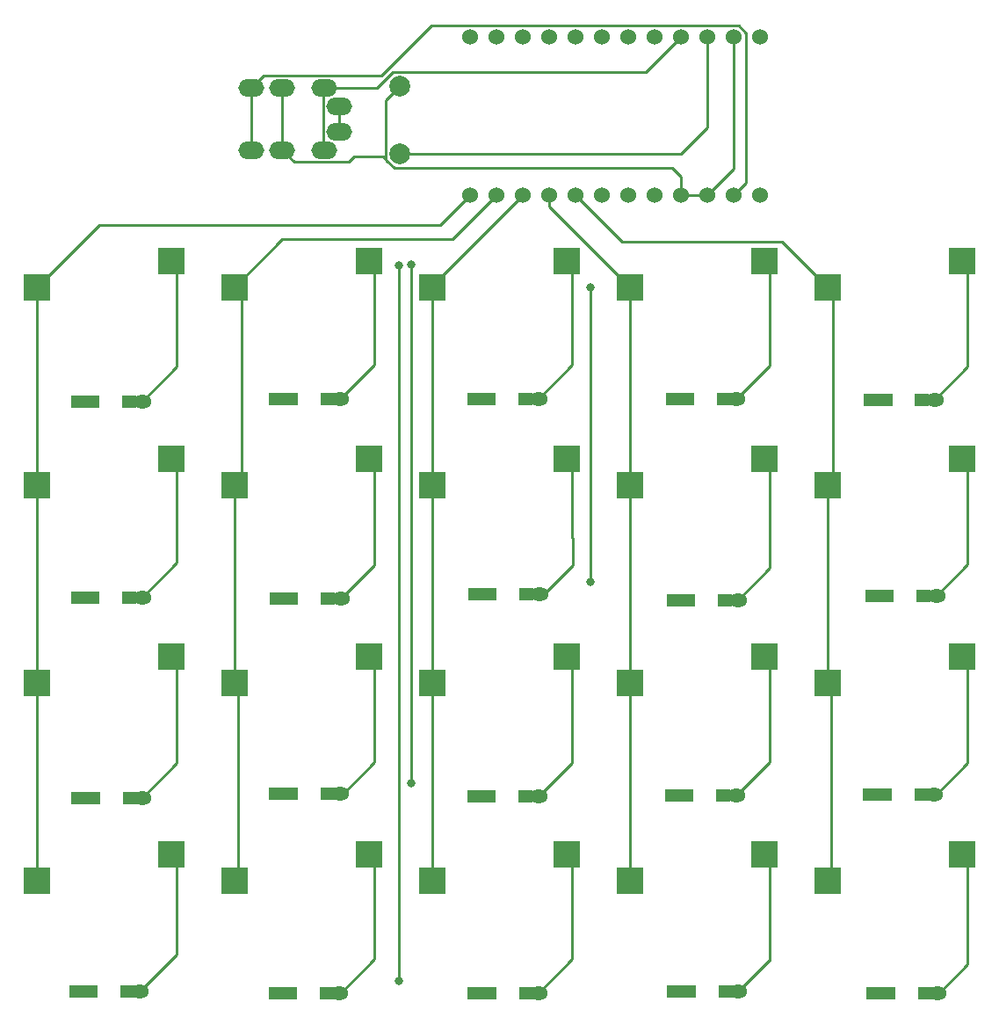
<source format=gbl>
%TF.GenerationSoftware,KiCad,Pcbnew,7.0.1-0*%
%TF.CreationDate,2023-08-16T18:46:33+09:00*%
%TF.ProjectId,jisaku20,6a697361-6b75-4323-902e-6b696361645f,rev?*%
%TF.SameCoordinates,Original*%
%TF.FileFunction,Copper,L2,Bot*%
%TF.FilePolarity,Positive*%
%FSLAX46Y46*%
G04 Gerber Fmt 4.6, Leading zero omitted, Abs format (unit mm)*
G04 Created by KiCad (PCBNEW 7.0.1-0) date 2023-08-16 18:46:33*
%MOMM*%
%LPD*%
G01*
G04 APERTURE LIST*
%TA.AperFunction,ComponentPad*%
%ADD10O,2.500000X1.700000*%
%TD*%
%TA.AperFunction,SMDPad,CuDef*%
%ADD11R,2.550000X2.500000*%
%TD*%
%TA.AperFunction,ComponentPad*%
%ADD12C,1.524000*%
%TD*%
%TA.AperFunction,ComponentPad*%
%ADD13C,2.000000*%
%TD*%
%TA.AperFunction,ComponentPad*%
%ADD14R,1.778000X1.300000*%
%TD*%
%TA.AperFunction,SMDPad,CuDef*%
%ADD15R,1.400000X1.300000*%
%TD*%
%TA.AperFunction,ComponentPad*%
%ADD16O,1.778000X1.300000*%
%TD*%
%TA.AperFunction,ViaPad*%
%ADD17C,0.800000*%
%TD*%
%TA.AperFunction,Conductor*%
%ADD18C,0.250000*%
%TD*%
G04 APERTURE END LIST*
D10*
%TO.P,J1,A*%
%TO.N,unconnected-(J1-PadA)*%
X22060000Y17520000D03*
X22060000Y19970000D03*
%TO.P,J1,B*%
%TO.N,data*%
X13560000Y15770000D03*
X13560000Y21720000D03*
%TO.P,J1,C*%
%TO.N,GND*%
X16560000Y15770000D03*
X16560000Y21720000D03*
%TO.P,J1,D*%
%TO.N,VCC*%
X20560000Y15770000D03*
X20560000Y21720000D03*
%TD*%
D11*
%TO.P,SW15,1,1*%
%TO.N,col4*%
X69115000Y-35560000D03*
%TO.P,SW15,2,2*%
%TO.N,Net-(D15-A)*%
X82042000Y-33020000D03*
%TD*%
%TO.P,SW1,1,1*%
%TO.N,col0*%
X-7085000Y2540000D03*
%TO.P,SW1,2,2*%
%TO.N,Net-(D1-A)*%
X5842000Y5080000D03*
%TD*%
D12*
%TO.P,U1,1,TX0/D3*%
%TO.N,unconnected-(U1-TX0{slash}D3-Pad1)*%
X62600000Y11430000D03*
%TO.P,U1,2,RX1/D2*%
%TO.N,data*%
X60060000Y11430000D03*
%TO.P,U1,3,GND*%
%TO.N,GND*%
X57520000Y11430000D03*
%TO.P,U1,4,GND*%
X54980000Y11430000D03*
%TO.P,U1,5,2/D1/SDA*%
%TO.N,unconnected-(U1-2{slash}D1{slash}SDA-Pad5)*%
X52440000Y11430000D03*
%TO.P,U1,6,3/D0/SCL*%
%TO.N,unconnected-(U1-3{slash}D0{slash}SCL-Pad6)*%
X49900000Y11430000D03*
%TO.P,U1,7,4/D4*%
%TO.N,unconnected-(U1-4{slash}D4-Pad7)*%
X47360000Y11430000D03*
%TO.P,U1,8,5/C6*%
%TO.N,col4*%
X44820000Y11430000D03*
%TO.P,U1,9,6/D7*%
%TO.N,col3*%
X42280000Y11430000D03*
%TO.P,U1,10,7/E6*%
%TO.N,col2*%
X39740000Y11430000D03*
%TO.P,U1,11,8/B4*%
%TO.N,col1*%
X37200000Y11430000D03*
%TO.P,U1,12,9/B5*%
%TO.N,col0*%
X34660000Y11430000D03*
%TO.P,U1,13,B6/10*%
%TO.N,unconnected-(U1-B6{slash}10-Pad13)*%
X34660000Y26650000D03*
%TO.P,U1,14,B2/16*%
%TO.N,unconnected-(U1-B2{slash}16-Pad14)*%
X37200000Y26650000D03*
%TO.P,U1,15,B3/14*%
%TO.N,unconnected-(U1-B3{slash}14-Pad15)*%
X39740000Y26650000D03*
%TO.P,U1,16,B1/15*%
%TO.N,unconnected-(U1-B1{slash}15-Pad16)*%
X42280000Y26650000D03*
%TO.P,U1,17,F7/A0*%
%TO.N,row3*%
X44820000Y26650000D03*
%TO.P,U1,18,F6/A1*%
%TO.N,row2*%
X47360000Y26650000D03*
%TO.P,U1,19,F5/A2*%
%TO.N,row1*%
X49900000Y26650000D03*
%TO.P,U1,20,F4/A3*%
%TO.N,row0*%
X52440000Y26650000D03*
%TO.P,U1,21,VCC*%
%TO.N,VCC*%
X54980000Y26650000D03*
%TO.P,U1,22,RST*%
%TO.N,reset*%
X57520000Y26650000D03*
%TO.P,U1,23,GND*%
%TO.N,GND*%
X60060000Y26650000D03*
%TO.P,U1,24,RAW*%
%TO.N,unconnected-(U1-RAW-Pad24)*%
X62600000Y26650000D03*
%TD*%
D11*
%TO.P,SW14,1,1*%
%TO.N,col3*%
X50065000Y-35560000D03*
%TO.P,SW14,2,2*%
%TO.N,Net-(D14-A)*%
X62992000Y-33020000D03*
%TD*%
%TO.P,SW2,1,1*%
%TO.N,col1*%
X11965000Y2540000D03*
%TO.P,SW2,2,2*%
%TO.N,Net-(D2-A)*%
X24892000Y5080000D03*
%TD*%
%TO.P,SW17,1,1*%
%TO.N,col1*%
X11965000Y-54610000D03*
%TO.P,SW17,2,2*%
%TO.N,Net-(D17-A)*%
X24892000Y-52070000D03*
%TD*%
%TO.P,SW5,1,1*%
%TO.N,col4*%
X69115000Y2540000D03*
%TO.P,SW5,2,2*%
%TO.N,Net-(D5-A)*%
X82042000Y5080000D03*
%TD*%
%TO.P,SW7,1,1*%
%TO.N,col1*%
X11965000Y-16510000D03*
%TO.P,SW7,2,2*%
%TO.N,Net-(D7-A)*%
X24892000Y-13970000D03*
%TD*%
%TO.P,SW20,1,1*%
%TO.N,col4*%
X69115000Y-54610000D03*
%TO.P,SW20,2,2*%
%TO.N,Net-(D20-A)*%
X82042000Y-52070000D03*
%TD*%
%TO.P,SW8,1,1*%
%TO.N,col2*%
X31015000Y-16510000D03*
%TO.P,SW8,2,2*%
%TO.N,Net-(D8-A)*%
X43942000Y-13970000D03*
%TD*%
%TO.P,SW10,1,1*%
%TO.N,col4*%
X69115000Y-16510000D03*
%TO.P,SW10,2,2*%
%TO.N,Net-(D10-A)*%
X82042000Y-13970000D03*
%TD*%
%TO.P,SW3,1,1*%
%TO.N,col2*%
X31015000Y2540000D03*
%TO.P,SW3,2,2*%
%TO.N,Net-(D3-A)*%
X43942000Y5080000D03*
%TD*%
%TO.P,SW16,1,1*%
%TO.N,col0*%
X-7085000Y-54610000D03*
%TO.P,SW16,2,2*%
%TO.N,Net-(D16-A)*%
X5842000Y-52070000D03*
%TD*%
%TO.P,SW18,1,1*%
%TO.N,col2*%
X31015000Y-54610000D03*
%TO.P,SW18,2,2*%
%TO.N,Net-(D18-A)*%
X43942000Y-52070000D03*
%TD*%
%TO.P,SW12,1,1*%
%TO.N,col1*%
X11965000Y-35560000D03*
%TO.P,SW12,2,2*%
%TO.N,Net-(D12-A)*%
X24892000Y-33020000D03*
%TD*%
%TO.P,SW9,1,1*%
%TO.N,col3*%
X50065000Y-16510000D03*
%TO.P,SW9,2,2*%
%TO.N,Net-(D9-A)*%
X62992000Y-13970000D03*
%TD*%
D13*
%TO.P,SW21,1,1*%
%TO.N,reset*%
X27830000Y15380000D03*
%TO.P,SW21,2,2*%
%TO.N,GND*%
X27830000Y21880000D03*
%TD*%
D11*
%TO.P,SW11,1,1*%
%TO.N,col0*%
X-7085000Y-35560000D03*
%TO.P,SW11,2,2*%
%TO.N,Net-(D11-A)*%
X5842000Y-33020000D03*
%TD*%
%TO.P,SW6,1,1*%
%TO.N,col0*%
X-7085000Y-16510000D03*
%TO.P,SW6,2,2*%
%TO.N,Net-(D6-A)*%
X5842000Y-13970000D03*
%TD*%
%TO.P,SW4,1,1*%
%TO.N,col3*%
X50065000Y2540000D03*
%TO.P,SW4,2,2*%
%TO.N,Net-(D4-A)*%
X62992000Y5080000D03*
%TD*%
%TO.P,SW13,1,1*%
%TO.N,col2*%
X31015000Y-35560000D03*
%TO.P,SW13,2,2*%
%TO.N,Net-(D13-A)*%
X43942000Y-33020000D03*
%TD*%
%TO.P,SW19,1,1*%
%TO.N,col3*%
X50065000Y-54610000D03*
%TO.P,SW19,2,2*%
%TO.N,Net-(D19-A)*%
X62992000Y-52070000D03*
%TD*%
D14*
%TO.P,D15,1,K*%
%TO.N,row2*%
X73360000Y-46332500D03*
D15*
X74585000Y-46332500D03*
%TO.P,D15,2,A*%
%TO.N,Net-(D15-A)*%
X78135000Y-46332500D03*
D16*
X79360000Y-46332500D03*
%TD*%
D14*
%TO.P,D11,1,K*%
%TO.N,row2*%
X-2930000Y-46640000D03*
D15*
X-1705000Y-46640000D03*
%TO.P,D11,2,A*%
%TO.N,Net-(D11-A)*%
X1845000Y-46640000D03*
D16*
X3070000Y-46640000D03*
%TD*%
D14*
%TO.P,D4,1,K*%
%TO.N,row0*%
X54330000Y-8240000D03*
D15*
X55555000Y-8240000D03*
%TO.P,D4,2,A*%
%TO.N,Net-(D4-A)*%
X59105000Y-8240000D03*
D16*
X60330000Y-8240000D03*
%TD*%
D14*
%TO.P,D6,1,K*%
%TO.N,row1*%
X-2950000Y-27340000D03*
D15*
X-1725000Y-27340000D03*
%TO.P,D6,2,A*%
%TO.N,Net-(D6-A)*%
X1825000Y-27340000D03*
D16*
X3050000Y-27340000D03*
%TD*%
D14*
%TO.P,D9,1,K*%
%TO.N,row1*%
X54440000Y-27630000D03*
D15*
X55665000Y-27630000D03*
%TO.P,D9,2,A*%
%TO.N,Net-(D9-A)*%
X59215000Y-27630000D03*
D16*
X60440000Y-27630000D03*
%TD*%
D14*
%TO.P,D8,1,K*%
%TO.N,row1*%
X35310000Y-27050000D03*
D15*
X36535000Y-27050000D03*
%TO.P,D8,2,A*%
%TO.N,Net-(D8-A)*%
X40085000Y-27050000D03*
D16*
X41310000Y-27050000D03*
%TD*%
D14*
%TO.P,D20,1,K*%
%TO.N,row3*%
X73695000Y-65430000D03*
D15*
X74920000Y-65430000D03*
%TO.P,D20,2,A*%
%TO.N,Net-(D20-A)*%
X78470000Y-65430000D03*
D16*
X79695000Y-65430000D03*
%TD*%
D14*
%TO.P,D17,1,K*%
%TO.N,row3*%
X16061250Y-65430000D03*
D15*
X17286250Y-65430000D03*
%TO.P,D17,2,A*%
%TO.N,Net-(D17-A)*%
X20836250Y-65430000D03*
D16*
X22061250Y-65430000D03*
%TD*%
D14*
%TO.P,D12,1,K*%
%TO.N,row2*%
X16142500Y-46230000D03*
D15*
X17367500Y-46230000D03*
%TO.P,D12,2,A*%
%TO.N,Net-(D12-A)*%
X20917500Y-46230000D03*
D16*
X22142500Y-46230000D03*
%TD*%
D14*
%TO.P,D10,1,K*%
%TO.N,row1*%
X73570000Y-27195000D03*
D15*
X74795000Y-27195000D03*
%TO.P,D10,2,A*%
%TO.N,Net-(D10-A)*%
X78345000Y-27195000D03*
D16*
X79570000Y-27195000D03*
%TD*%
D14*
%TO.P,D5,1,K*%
%TO.N,row0*%
X73430000Y-8300000D03*
D15*
X74655000Y-8300000D03*
%TO.P,D5,2,A*%
%TO.N,Net-(D5-A)*%
X78205000Y-8300000D03*
D16*
X79430000Y-8300000D03*
%TD*%
D14*
%TO.P,D13,1,K*%
%TO.N,row2*%
X35215000Y-46537500D03*
D15*
X36440000Y-46537500D03*
%TO.P,D13,2,A*%
%TO.N,Net-(D13-A)*%
X39990000Y-46537500D03*
D16*
X41215000Y-46537500D03*
%TD*%
D14*
%TO.P,D1,1,K*%
%TO.N,row0*%
X-2970000Y-8510000D03*
D15*
X-1745000Y-8510000D03*
%TO.P,D1,2,A*%
%TO.N,Net-(D1-A)*%
X1805000Y-8510000D03*
D16*
X3030000Y-8510000D03*
%TD*%
D14*
%TO.P,D14,1,K*%
%TO.N,row2*%
X54287500Y-46435000D03*
D15*
X55512500Y-46435000D03*
%TO.P,D14,2,A*%
%TO.N,Net-(D14-A)*%
X59062500Y-46435000D03*
D16*
X60287500Y-46435000D03*
%TD*%
D14*
%TO.P,D7,1,K*%
%TO.N,row1*%
X16180000Y-27485000D03*
D15*
X17405000Y-27485000D03*
%TO.P,D7,2,A*%
%TO.N,Net-(D7-A)*%
X20955000Y-27485000D03*
D16*
X22180000Y-27485000D03*
%TD*%
D14*
%TO.P,D3,1,K*%
%TO.N,row0*%
X35230000Y-8240000D03*
D15*
X36455000Y-8240000D03*
%TO.P,D3,2,A*%
%TO.N,Net-(D3-A)*%
X40005000Y-8240000D03*
D16*
X41230000Y-8240000D03*
%TD*%
D14*
%TO.P,D19,1,K*%
%TO.N,row3*%
X54483750Y-65300000D03*
D15*
X55708750Y-65300000D03*
%TO.P,D19,2,A*%
%TO.N,Net-(D19-A)*%
X59258750Y-65300000D03*
D16*
X60483750Y-65300000D03*
%TD*%
D14*
%TO.P,D18,1,K*%
%TO.N,row3*%
X35272500Y-65430000D03*
D15*
X36497500Y-65430000D03*
%TO.P,D18,2,A*%
%TO.N,Net-(D18-A)*%
X40047500Y-65430000D03*
D16*
X41272500Y-65430000D03*
%TD*%
D14*
%TO.P,D16,1,K*%
%TO.N,row3*%
X-3150000Y-65300000D03*
D15*
X-1925000Y-65300000D03*
%TO.P,D16,2,A*%
%TO.N,Net-(D16-A)*%
X1625000Y-65300000D03*
D16*
X2850000Y-65300000D03*
%TD*%
D14*
%TO.P,D2,1,K*%
%TO.N,row0*%
X16130000Y-8240000D03*
D15*
X17355000Y-8240000D03*
%TO.P,D2,2,A*%
%TO.N,Net-(D2-A)*%
X20905000Y-8240000D03*
D16*
X22130000Y-8240000D03*
%TD*%
D17*
%TO.N,row1*%
X46220000Y2490000D03*
X46220000Y-25840000D03*
%TO.N,row2*%
X28980000Y-45255000D03*
X28970000Y4720000D03*
%TO.N,row3*%
X27820000Y4640000D03*
X27810000Y-64320000D03*
%TD*%
D18*
%TO.N,Net-(D1-A)*%
X5842000Y5080000D02*
X6405000Y4517000D01*
X6405000Y4517000D02*
X6405000Y-5135000D01*
X6405000Y-5135000D02*
X3030000Y-8510000D01*
%TO.N,Net-(D2-A)*%
X25455000Y-4915000D02*
X22130000Y-8240000D01*
X24892000Y5080000D02*
X25455000Y4517000D01*
X25455000Y4517000D02*
X25455000Y-4915000D01*
%TO.N,Net-(D3-A)*%
X43942000Y5080000D02*
X44505000Y4517000D01*
X44505000Y4517000D02*
X44505000Y-4965000D01*
X44505000Y-4965000D02*
X41230000Y-8240000D01*
%TO.N,Net-(D4-A)*%
X63555000Y-5015000D02*
X60330000Y-8240000D01*
X63555000Y4517000D02*
X63555000Y-5015000D01*
X62992000Y5080000D02*
X63555000Y4517000D01*
%TO.N,Net-(D5-A)*%
X82042000Y5080000D02*
X82605000Y4517000D01*
X82605000Y4517000D02*
X82605000Y-5125000D01*
X82605000Y-5125000D02*
X79430000Y-8300000D01*
%TO.N,row1*%
X46220000Y2490000D02*
X46220000Y-25840000D01*
%TO.N,Net-(D6-A)*%
X6405000Y-14533000D02*
X6405000Y-23985000D01*
X6405000Y-23985000D02*
X3050000Y-27340000D01*
X5842000Y-13970000D02*
X6405000Y-14533000D01*
%TO.N,Net-(D7-A)*%
X22180000Y-27485000D02*
X25455000Y-24210000D01*
X25455000Y-14533000D02*
X24892000Y-13970000D01*
X25455000Y-24210000D02*
X25455000Y-14533000D01*
%TO.N,Net-(D8-A)*%
X44520000Y-21590000D02*
X44520000Y-24260000D01*
X44505000Y-21575000D02*
X44520000Y-21590000D01*
X44505000Y-14533000D02*
X44505000Y-21575000D01*
X41730000Y-27050000D02*
X41310000Y-27050000D01*
X43942000Y-13970000D02*
X44505000Y-14533000D01*
X44520000Y-24260000D02*
X41730000Y-27050000D01*
%TO.N,Net-(D9-A)*%
X63555000Y-24515000D02*
X60440000Y-27630000D01*
X62992000Y-13970000D02*
X63555000Y-14533000D01*
X63555000Y-14533000D02*
X63555000Y-24515000D01*
%TO.N,Net-(D10-A)*%
X82605000Y-14533000D02*
X82605000Y-24160000D01*
X82042000Y-13970000D02*
X82605000Y-14533000D01*
X82605000Y-24160000D02*
X79570000Y-27195000D01*
%TO.N,row2*%
X28970000Y-45245000D02*
X28980000Y-45255000D01*
X28970000Y4720000D02*
X28970000Y-45245000D01*
%TO.N,Net-(D11-A)*%
X6405000Y-43305000D02*
X6405000Y-33583000D01*
X6405000Y-33583000D02*
X5842000Y-33020000D01*
X3070000Y-46640000D02*
X6405000Y-43305000D01*
%TO.N,row3*%
X27820000Y4640000D02*
X27820000Y-64310000D01*
X27820000Y-64310000D02*
X27810000Y-64320000D01*
%TO.N,Net-(D12-A)*%
X22450000Y-46230000D02*
X22142500Y-46230000D01*
X24892000Y-33020000D02*
X25455000Y-33583000D01*
X25455000Y-43225000D02*
X22450000Y-46230000D01*
X25455000Y-33583000D02*
X25455000Y-43225000D01*
%TO.N,Net-(D13-A)*%
X44505000Y-43247500D02*
X41215000Y-46537500D01*
X44505000Y-33583000D02*
X44505000Y-43247500D01*
X43942000Y-33020000D02*
X44505000Y-33583000D01*
%TO.N,Net-(D14-A)*%
X63555000Y-33583000D02*
X63555000Y-43167500D01*
X62992000Y-33020000D02*
X63555000Y-33583000D01*
X63555000Y-43167500D02*
X60287500Y-46435000D01*
%TO.N,Net-(D15-A)*%
X79567500Y-46332500D02*
X79360000Y-46332500D01*
X82042000Y-33020000D02*
X82605000Y-33583000D01*
X82605000Y-33583000D02*
X82605000Y-43295000D01*
X82605000Y-43295000D02*
X79567500Y-46332500D01*
%TO.N,Net-(D16-A)*%
X6370000Y-61780000D02*
X6370000Y-60520000D01*
X2850000Y-65300000D02*
X6370000Y-61780000D01*
X6370000Y-60520000D02*
X6405000Y-60485000D01*
X6405000Y-52633000D02*
X5842000Y-52070000D01*
X6405000Y-60485000D02*
X6405000Y-52633000D01*
%TO.N,Net-(D17-A)*%
X25455000Y-62185000D02*
X22210000Y-65430000D01*
X24892000Y-52070000D02*
X25455000Y-52633000D01*
X22210000Y-65430000D02*
X22061250Y-65430000D01*
X25455000Y-52633000D02*
X25455000Y-62185000D01*
%TO.N,Net-(D18-A)*%
X44505000Y-62197500D02*
X44505000Y-52633000D01*
X44505000Y-52633000D02*
X43942000Y-52070000D01*
X41272500Y-65430000D02*
X44505000Y-62197500D01*
%TO.N,Net-(D19-A)*%
X63555000Y-52633000D02*
X63555000Y-62315000D01*
X62992000Y-52070000D02*
X63555000Y-52633000D01*
X63555000Y-62315000D02*
X63468750Y-62315000D01*
X63468750Y-62315000D02*
X60483750Y-65300000D01*
%TO.N,Net-(D20-A)*%
X82605000Y-52633000D02*
X82605000Y-62655000D01*
X82042000Y-52070000D02*
X82605000Y-52633000D01*
X82605000Y-62655000D02*
X79830000Y-65430000D01*
X79830000Y-65430000D02*
X79695000Y-65430000D01*
%TO.N,col0*%
X34660000Y11430000D02*
X31780000Y8550000D01*
X-7085000Y-35560000D02*
X-7085000Y-54610000D01*
X-1075000Y8550000D02*
X-7085000Y2540000D01*
X31780000Y8550000D02*
X-1075000Y8550000D01*
X-7085000Y-16510000D02*
X-7085000Y-35560000D01*
X-7085000Y2540000D02*
X-7085000Y-16510000D01*
%TO.N,col1*%
X12645000Y-15830000D02*
X12645000Y1860000D01*
X12310000Y-35905000D02*
X11965000Y-35560000D01*
X37200000Y11430000D02*
X32910000Y7140000D01*
X11965000Y-54610000D02*
X12310000Y-54265000D01*
X32910000Y7140000D02*
X16565000Y7140000D01*
X11965000Y-35560000D02*
X11965000Y-16510000D01*
X16565000Y7140000D02*
X11965000Y2540000D01*
X12310000Y-54265000D02*
X12310000Y-35905000D01*
X12645000Y1860000D02*
X11965000Y2540000D01*
X11965000Y-16510000D02*
X12645000Y-15830000D01*
%TO.N,col2*%
X31015000Y-16510000D02*
X31015000Y-35560000D01*
X31015000Y2540000D02*
X31015000Y-16510000D01*
X31015000Y-54610000D02*
X31015000Y-35560000D01*
X31015000Y2705000D02*
X31015000Y2540000D01*
X39740000Y11430000D02*
X31015000Y2705000D01*
%TO.N,col3*%
X50065000Y-35560000D02*
X50065000Y-16510000D01*
X50065000Y-54610000D02*
X50065000Y-35560000D01*
X42280000Y10325000D02*
X50065000Y2540000D01*
X42280000Y11430000D02*
X42280000Y10325000D01*
X50065000Y-16510000D02*
X50065000Y2540000D01*
%TO.N,col4*%
X44820000Y11430000D02*
X49295000Y6955000D01*
X69115000Y-35560000D02*
X69400000Y-35845000D01*
X64700000Y6955000D02*
X69115000Y2540000D01*
X69580000Y-16045000D02*
X69115000Y-16510000D01*
X49295000Y6955000D02*
X64700000Y6955000D01*
X69400000Y-35845000D02*
X69400000Y-54325000D01*
X69115000Y-16510000D02*
X69115000Y-35560000D01*
X69115000Y2540000D02*
X69580000Y2075000D01*
X69400000Y-54325000D02*
X69115000Y-54610000D01*
X69580000Y2075000D02*
X69580000Y-16045000D01*
%TO.N,reset*%
X54940000Y15380000D02*
X57520000Y17960000D01*
X27830000Y15380000D02*
X54940000Y15380000D01*
X57520000Y17960000D02*
X57520000Y26650000D01*
%TO.N,GND*%
X26505000Y14831167D02*
X27326167Y14010000D01*
X27830000Y21880000D02*
X26505000Y20555000D01*
X16560000Y21720000D02*
X16560000Y15770000D01*
X54980000Y13150000D02*
X54980000Y11430000D01*
X26226167Y15110000D02*
X26713083Y14623083D01*
X60060000Y13970000D02*
X60060000Y26650000D01*
X54120000Y14010000D02*
X54980000Y13150000D01*
X26505000Y20555000D02*
X26505000Y14831167D01*
X57520000Y11430000D02*
X60060000Y13970000D01*
X23444310Y15110000D02*
X26226167Y15110000D01*
X54980000Y11430000D02*
X57520000Y11430000D01*
X22979310Y14645000D02*
X23444310Y15110000D01*
X27326167Y14010000D02*
X54120000Y14010000D01*
X16560000Y15770000D02*
X17685000Y14645000D01*
X17685000Y14645000D02*
X22979310Y14645000D01*
%TO.N,data*%
X30937000Y27737000D02*
X60510251Y27737000D01*
X61220000Y27027251D02*
X61220000Y12590000D01*
X13560000Y21720000D02*
X13560000Y15770000D01*
X61220000Y12590000D02*
X60060000Y11430000D01*
X26095000Y22895000D02*
X30937000Y27737000D01*
X13560000Y21720000D02*
X14735000Y22895000D01*
X14735000Y22895000D02*
X26095000Y22895000D01*
X60510251Y27737000D02*
X61220000Y27027251D01*
%TO.N,VCC*%
X20535000Y21695000D02*
X20535000Y15795000D01*
X25660000Y21720000D02*
X27180000Y23240000D01*
X20560000Y21720000D02*
X25660000Y21720000D01*
X51570000Y23240000D02*
X54980000Y26650000D01*
X20535000Y15795000D02*
X20560000Y15770000D01*
X20560000Y21720000D02*
X20535000Y21695000D01*
X27180000Y23240000D02*
X51570000Y23240000D01*
%TO.N,unconnected-(J1-PadA)*%
X22060000Y19970000D02*
X22060000Y17520000D01*
%TD*%
M02*

</source>
